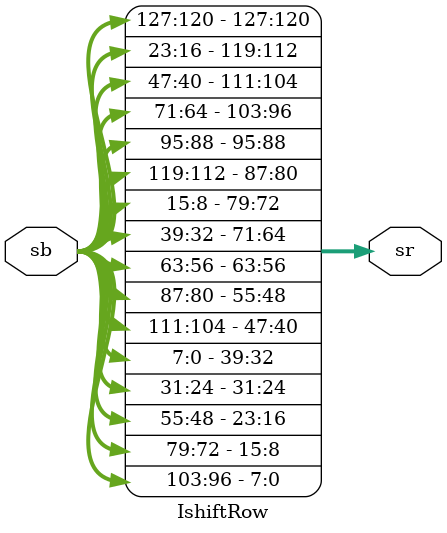
<source format=v>
module IshiftRow(sb,sr);

input [127:0] sb;
output [127:0] sr;

assign         sr[127:120] = sb[127:120];  
assign         sr[119:112] = sb[23:16];
assign         sr[111:104] = sb[47:40];
assign         sr[103:96] = sb[71:64];
   
assign          sr[95:88] = sb[95:88];
assign          sr[87:80] = sb[119:112];
assign          sr[79:72] = sb[15:8];
assign          sr[71:64] = sb[39:32];
   
assign          sr[63:56] = sb[63:56];
assign          sr[55:48] = sb[87:80];
assign          sr[47:40] = sb[111:104];
assign          sr[39:32] = sb[7:0];
   
assign          sr[31:24] = sb[31:24];
assign          sr[23:16] = sb[55:48];
assign          sr[15:8] = sb[79:72];
assign          sr[7:0] = sb[103:96]; 


endmodule 
</source>
